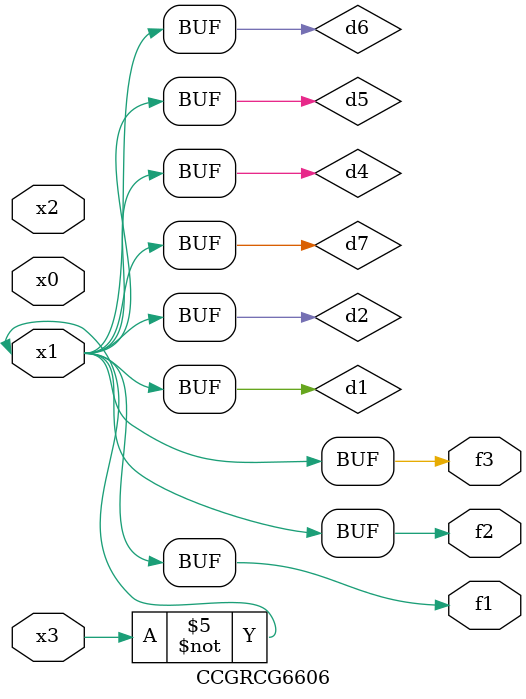
<source format=v>
module CCGRCG6606(
	input x0, x1, x2, x3,
	output f1, f2, f3
);

	wire d1, d2, d3, d4, d5, d6, d7;

	not (d1, x3);
	buf (d2, x1);
	xnor (d3, d1, d2);
	nor (d4, d1);
	buf (d5, d1, d2);
	buf (d6, d4, d5);
	nand (d7, d4);
	assign f1 = d6;
	assign f2 = d7;
	assign f3 = d6;
endmodule

</source>
